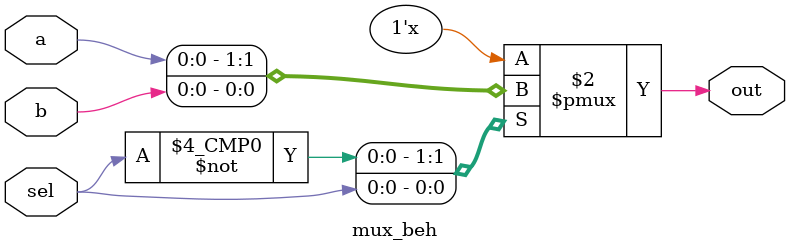
<source format=v>
module mux_beh(a,b,sel,out);
input a,b;
input sel;
output reg out;

always @(*)
	begin
		case(sel)
			1'b0: out<=a;
			1'b1: out<=b;
			default: out<=0;
		endcase
	end

endmodule
</source>
